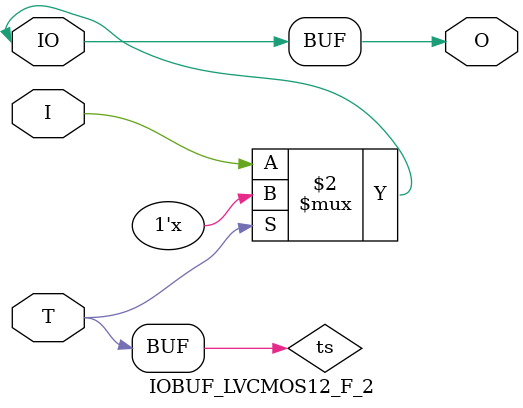
<source format=v>

/*

FUNCTION	: INPUT TRI-STATE OUTPUT BUFFER

*/

`celldefine
`timescale  100 ps / 10 ps

module IOBUF_LVCMOS12_F_2 (O, IO, I, T);

    output O;

    inout  IO;

    input  I, T;

    or O1 (ts, 1'b0, T);
    bufif0 T1 (IO, I, ts);

    buf B1 (O, IO);

endmodule

</source>
